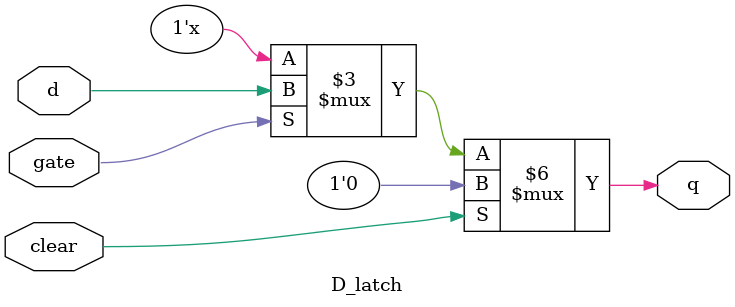
<source format=v>
module D_latch (
    input wire  gate, 
    input wire  clear, 
    input wire  d, 
    output reg  q
); 

    always @(clear or gate) begin
        if (clear) begin
            q <= 0;
        end 
        else if (gate) begin
            q <= d;
        end
        else begin
            q <= q;         //can be omitted 
        end
    end
endmodule

</source>
